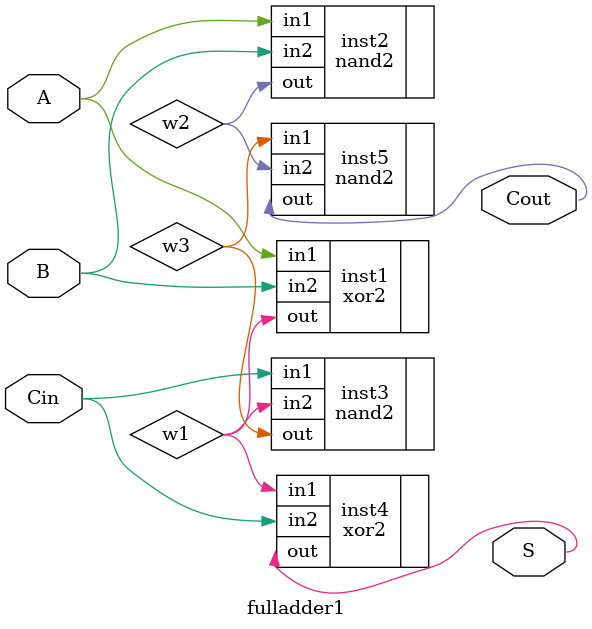
<source format=v>
/* $Author: Giang Nguyen $ */
// CS/ECE 552
// 1/28/17

module fulladder1(input A, input B, input Cin, output S, output Cout);


wire w1,w2,w3;

xor2 inst1(.in1(A), .in2(B), .out(w1));
nand2 inst2(.in1(A), .in2(B), .out(w2));

nand2 inst3(.in1(Cin), .in2(w1), .out(w3));

xor2 inst4(.in1(w1), .in2(Cin), .out(S));
nand2 inst5(.in1(w3), .in2(w2), .out(Cout));

endmodule

</source>
